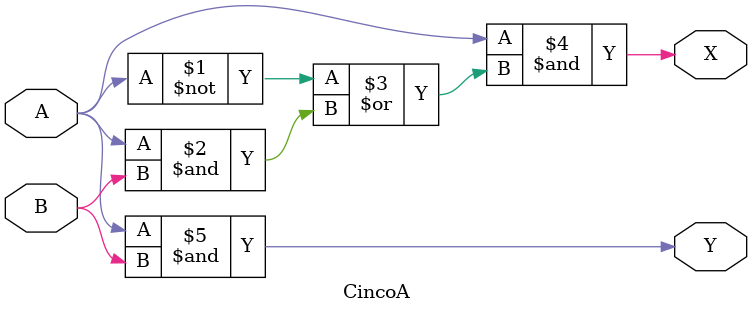
<source format=v>
module CincoA(
    input wire A,
    input wire B,
    output wire X,
    output wire Y
    );

    assign X = A & (~A | (A & B));
    assign Y = A & B;

endmodule
</source>
